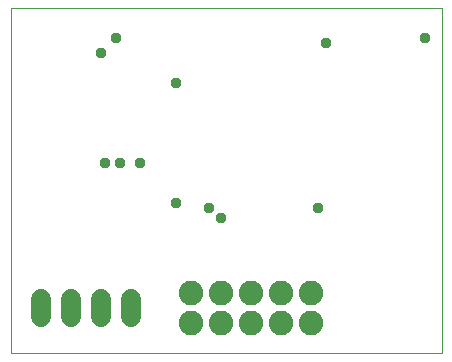
<source format=gbs>
G75*
%MOIN*%
%OFA0B0*%
%FSLAX25Y25*%
%IPPOS*%
%LPD*%
%AMOC8*
5,1,8,0,0,1.08239X$1,22.5*
%
%ADD10C,0.00000*%
%ADD11C,0.08200*%
%ADD12C,0.06800*%
%ADD13C,0.03778*%
D10*
X0001500Y0030494D02*
X0001500Y0145455D01*
X0145201Y0145455D01*
X0145201Y0030494D01*
X0001500Y0030494D01*
D11*
X0061500Y0040494D03*
X0061500Y0050494D03*
X0071500Y0050494D03*
X0071500Y0040494D03*
X0081500Y0040494D03*
X0091500Y0040494D03*
X0091500Y0050494D03*
X0081500Y0050494D03*
X0101500Y0050494D03*
X0101500Y0040494D03*
D12*
X0041500Y0042494D02*
X0041500Y0048494D01*
X0031500Y0048494D02*
X0031500Y0042494D01*
X0021500Y0042494D02*
X0021500Y0048494D01*
X0011500Y0048494D02*
X0011500Y0042494D01*
D13*
X0033000Y0093994D03*
X0038000Y0093994D03*
X0044500Y0093994D03*
X0056500Y0080494D03*
X0067500Y0078994D03*
X0071500Y0075494D03*
X0104000Y0078994D03*
X0106500Y0134077D03*
X0139712Y0135494D03*
X0056500Y0120494D03*
X0036500Y0135494D03*
X0031500Y0130494D03*
M02*

</source>
